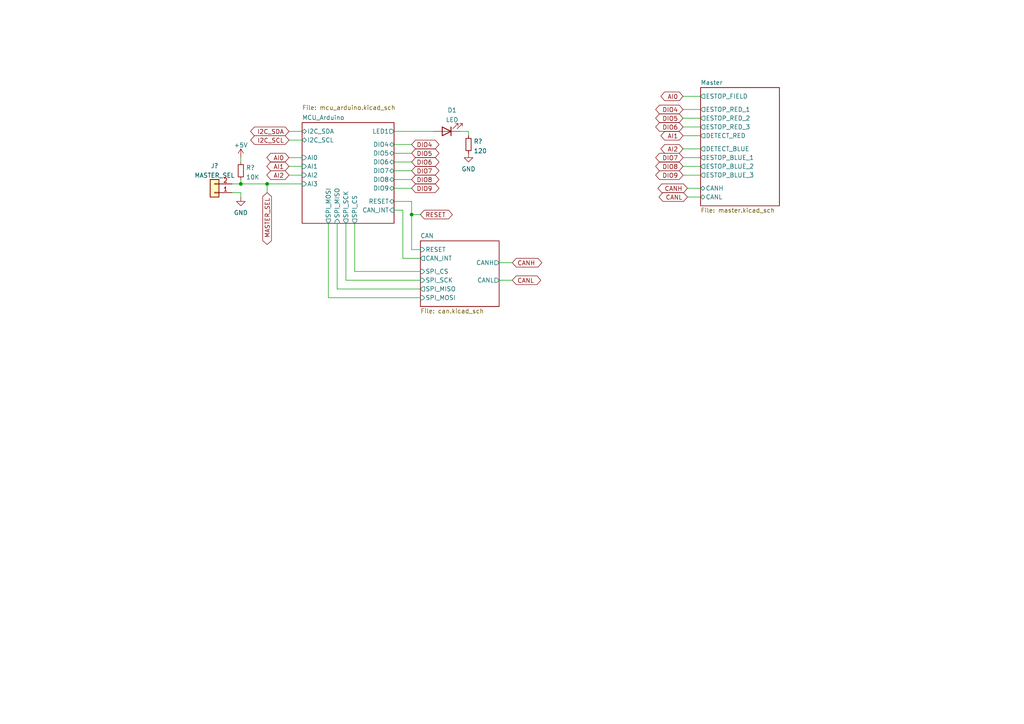
<source format=kicad_sch>
(kicad_sch (version 20211123) (generator eeschema)
  (paper "A4")
  (lib_symbols
    (symbol "Connector_Generic:Conn_01x02" (pin_names (offset 1.016) hide)
      (property "Reference" "J" (at 0 2.54 0))
      (property "Value" "Conn_01x02" (at 0 -5.08 0))
      (symbol "Conn_01x02_1_1"
        (rectangle (start -1.27 -2.413) (end 0 -2.667) (stroke (width 0.1524)))
        (rectangle (start -1.27 0.127) (end 0 -0.127) (stroke (width 0.1524)))
        (rectangle (start -1.27 1.27) (end 1.27 -3.81) (stroke (width 0.254)) (fill (type background)))
        (pin passive line (at -5.08 0 0) (length 3.81) (name "Pin_1") (number "1"))
        (pin passive line (at -5.08 -2.54 0) (length 3.81) (name "Pin_2") (number "2"))
      )
    )
    (symbol "Device:LED" (pin_numbers hide) (pin_names (offset 1.016) hide)
      (property "Reference" "D" (at 0 2.54 0))
      (property "Value" "LED" (at 0 -2.54 0))
      (symbol "LED_0_1"
        (polyline (pts (xy -1.27 -1.27) (xy -1.27 1.27)) (stroke (width 0.254)))
        (polyline (pts (xy -1.27 0) (xy 1.27 0)))
        (polyline (pts (xy 1.27 -1.27) (xy 1.27 1.27) (xy -1.27 0) (xy 1.27 -1.27)) (stroke (width 0.254)))
        (polyline (pts (xy -3.048 -0.762) (xy -4.572 -2.286) (xy -3.81 -2.286) (xy -4.572 -2.286) (xy -4.572 -1.524)))
        (polyline (pts (xy -1.778 -0.762) (xy -3.302 -2.286) (xy -2.54 -2.286) (xy -3.302 -2.286) (xy -3.302 -1.524)))
      )
      (symbol "LED_1_1"
        (pin passive line (at -3.81 0 0) (length 2.54) (name "K") (number "1"))
        (pin passive line (at 3.81 0 180) (length 2.54) (name "A") (number "2"))
      )
    )
    (symbol "Device:R_Small" (pin_numbers hide) (pin_names (offset 0.254) hide)
      (property "Reference" "R" (at 0.762 0.508 0))
      (property "Value" "R_Small" (at 0.762 -1.016 0))
      (symbol "R_Small_0_1"
        (rectangle (start -0.762 1.778) (end 0.762 -1.778) (stroke (width 0.2032)))
      )
      (symbol "R_Small_1_1"
        (pin passive line (at 0 2.54 270) (length 0.762) (name "~") (number "1"))
        (pin passive line (at 0 -2.54 90) (length 0.762) (name "~") (number "2"))
      )
    )
    (symbol "power:+5V" (power) (pin_names (offset 0))
      (property "Value" "+5V" (at 0 3.556 0))
      (symbol "+5V_0_1"
        (polyline (pts (xy -0.762 1.27) (xy 0 2.54)))
        (polyline (pts (xy 0 0) (xy 0 2.54)))
        (polyline (pts (xy 0 2.54) (xy 0.762 1.27)))
      )
      (symbol "+5V_1_1"
        (pin power_in line (at 0 0 90) (length 0) hide (name "+5V") (number "1"))
      )
    )
    (symbol "power:GND" (power) (pin_names (offset 0))
      (property "Value" "GND" (at 0 -3.81 0))
      (symbol "GND_0_1"
        (polyline (pts (xy 0 0) (xy 0 -1.27) (xy 1.27 -1.27) (xy 0 -2.54) (xy -1.27 -1.27) (xy 0 -1.27)))
      )
      (symbol "GND_1_1"
        (pin power_in line (at 0 0 270) (length 0) hide (name "GND") (number "1"))
      )
    )
  )
  (junction (at 77.47 53.34))
  (junction (at 69.85 53.34))
  (junction (at 119.38 62.23))
  (wire (pts (xy 199.39 57.15) (xy 203.2 57.15)))
  (wire (pts (xy 198.12 48.26) (xy 203.2 48.26)))
  (wire (pts (xy 69.85 53.34) (xy 77.47 53.34)))
  (wire (pts (xy 83.82 38.1) (xy 87.63 38.1)))
  (wire (pts (xy 121.92 78.74) (xy 102.87 78.74)))
  (wire (pts (xy 116.84 60.96) (xy 116.84 74.93)))
  (wire (pts (xy 119.38 72.39) (xy 121.92 72.39)))
  (wire (pts (xy 135.89 39.37) (xy 135.89 38.1)))
  (wire (pts (xy 83.82 45.72) (xy 87.63 45.72)))
  (wire (pts (xy 83.82 50.8) (xy 87.63 50.8)))
  (wire (pts (xy 199.39 54.61) (xy 203.2 54.61)))
  (wire (pts (xy 198.12 27.94) (xy 203.2 27.94)))
  (wire (pts (xy 67.31 53.34) (xy 69.85 53.34)))
  (wire (pts (xy 144.78 81.28) (xy 148.59 81.28)))
  (wire (pts (xy 69.85 55.88) (xy 69.85 57.15)))
  (wire (pts (xy 198.12 43.18) (xy 203.2 43.18)))
  (wire (pts (xy 83.82 40.64) (xy 87.63 40.64)))
  (wire (pts (xy 116.84 74.93) (xy 121.92 74.93)))
  (wire (pts (xy 119.38 62.23) (xy 121.92 62.23)))
  (wire (pts (xy 114.3 38.1) (xy 125.73 38.1)))
  (wire (pts (xy 114.3 49.53) (xy 119.38 49.53)))
  (wire (pts (xy 100.33 81.28) (xy 121.92 81.28)))
  (wire (pts (xy 114.3 46.99) (xy 119.38 46.99)))
  (wire (pts (xy 198.12 39.37) (xy 203.2 39.37)))
  (wire (pts (xy 83.82 48.26) (xy 87.63 48.26)))
  (wire (pts (xy 144.78 76.2) (xy 148.59 76.2)))
  (wire (pts (xy 77.47 53.34) (xy 87.63 53.34)))
  (wire (pts (xy 121.92 86.36) (xy 95.25 86.36)))
  (wire (pts (xy 198.12 31.75) (xy 203.2 31.75)))
  (wire (pts (xy 119.38 62.23) (xy 119.38 72.39)))
  (wire (pts (xy 69.85 52.07) (xy 69.85 53.34)))
  (wire (pts (xy 114.3 54.61) (xy 119.38 54.61)))
  (wire (pts (xy 114.3 60.96) (xy 116.84 60.96)))
  (wire (pts (xy 119.38 58.42) (xy 119.38 62.23)))
  (wire (pts (xy 198.12 36.83) (xy 203.2 36.83)))
  (wire (pts (xy 198.12 45.72) (xy 203.2 45.72)))
  (wire (pts (xy 97.79 83.82) (xy 97.79 64.77)))
  (wire (pts (xy 114.3 44.45) (xy 119.38 44.45)))
  (wire (pts (xy 135.89 38.1) (xy 133.35 38.1)))
  (wire (pts (xy 69.85 45.72) (xy 69.85 46.99)))
  (wire (pts (xy 67.31 55.88) (xy 69.85 55.88)))
  (wire (pts (xy 95.25 86.36) (xy 95.25 64.77)))
  (wire (pts (xy 114.3 58.42) (xy 119.38 58.42)))
  (wire (pts (xy 198.12 50.8) (xy 203.2 50.8)))
  (wire (pts (xy 77.47 53.34) (xy 77.47 55.88)))
  (wire (pts (xy 121.92 83.82) (xy 97.79 83.82)))
  (wire (pts (xy 114.3 41.91) (xy 119.38 41.91)))
  (wire (pts (xy 198.12 34.29) (xy 203.2 34.29)))
  (wire (pts (xy 114.3 52.07) (xy 119.38 52.07)))
  (wire (pts (xy 102.87 78.74) (xy 102.87 64.77)))
  (wire (pts (xy 100.33 64.77) (xy 100.33 81.28)))
  (global_label "RESET" (shape bidirectional) (at 121.92 62.23 0) (property "Intersheet References" "${INTERSHEET_REFS}" (effects hide)))
  (global_label "DIO5" (shape bidirectional) (at 198.12 34.29 180) (property "Intersheet References" "${INTERSHEET_REFS}" (effects hide)))
  (global_label "DIO9" (shape bidirectional) (at 119.38 54.61 0) (property "Intersheet References" "${INTERSHEET_REFS}" (effects hide)))
  (global_label "AI0" (shape bidirectional) (at 83.82 45.72 180) (property "Intersheet References" "${INTERSHEET_REFS}" (effects hide)))
  (global_label "DIO7" (shape bidirectional) (at 198.12 45.72 180) (property "Intersheet References" "${INTERSHEET_REFS}" (effects hide)))
  (global_label "AI0" (shape bidirectional) (at 198.12 27.94 180) (property "Intersheet References" "${INTERSHEET_REFS}" (effects hide)))
  (global_label "AI2" (shape bidirectional) (at 83.82 50.8 180) (property "Intersheet References" "${INTERSHEET_REFS}" (effects hide)))
  (global_label "AI1" (shape bidirectional) (at 83.82 48.26 180) (property "Intersheet References" "${INTERSHEET_REFS}" (effects hide)))
  (global_label "AI2" (shape bidirectional) (at 198.12 43.18 180) (property "Intersheet References" "${INTERSHEET_REFS}" (effects hide)))
  (global_label "DIO4" (shape bidirectional) (at 119.38 41.91 0) (property "Intersheet References" "${INTERSHEET_REFS}" (effects hide)))
  (global_label "DIO8" (shape bidirectional) (at 198.12 48.26 180) (property "Intersheet References" "${INTERSHEET_REFS}" (effects hide)))
  (global_label "AI1" (shape bidirectional) (at 198.12 39.37 180) (property "Intersheet References" "${INTERSHEET_REFS}" (effects hide)))
  (global_label "CANL" (shape bidirectional) (at 148.59 81.28 0) (property "Intersheet References" "${INTERSHEET_REFS}" (effects hide)))
  (global_label "I2C_SDA" (shape bidirectional) (at 83.82 38.1 180) (property "Intersheet References" "${INTERSHEET_REFS}" (effects hide)))
  (global_label "DIO9" (shape bidirectional) (at 198.12 50.8 180) (property "Intersheet References" "${INTERSHEET_REFS}" (effects hide)))
  (global_label "DIO6" (shape bidirectional) (at 119.38 46.99 0) (property "Intersheet References" "${INTERSHEET_REFS}" (effects hide)))
  (global_label "DIO7" (shape bidirectional) (at 119.38 49.53 0) (property "Intersheet References" "${INTERSHEET_REFS}" (effects hide)))
  (global_label "CANH" (shape bidirectional) (at 199.39 54.61 180) (property "Intersheet References" "${INTERSHEET_REFS}" (effects hide)))
  (global_label "DIO8" (shape bidirectional) (at 119.38 52.07 0) (property "Intersheet References" "${INTERSHEET_REFS}" (effects hide)))
  (global_label "DIO4" (shape bidirectional) (at 198.12 31.75 180) (property "Intersheet References" "${INTERSHEET_REFS}" (effects hide)))
  (global_label "MASTER_SEL" (shape bidirectional) (at 77.47 55.88 270) (property "Intersheet References" "${INTERSHEET_REFS}" (effects hide)))
  (global_label "CANL" (shape bidirectional) (at 199.39 57.15 180) (property "Intersheet References" "${INTERSHEET_REFS}" (effects hide)))
  (global_label "DIO5" (shape bidirectional) (at 119.38 44.45 0) (property "Intersheet References" "${INTERSHEET_REFS}" (effects hide)))
  (global_label "CANH" (shape bidirectional) (at 148.59 76.2 0) (property "Intersheet References" "${INTERSHEET_REFS}" (effects hide)))
  (global_label "DIO6" (shape bidirectional) (at 198.12 36.83 180) (property "Intersheet References" "${INTERSHEET_REFS}" (effects hide)))
  (global_label "I2C_SCL" (shape bidirectional) (at 83.82 40.64 180) (property "Intersheet References" "${INTERSHEET_REFS}" (effects hide)))
  (symbol (lib_id "power:GND") (at 135.89 44.45 0) (unit 1)
    (property "Reference" "#PWR?" (effects hide))
    (property "Value" "GND" (at 135.89 49.0125 0))
  )
  (symbol (lib_id "Connector_Generic:Conn_01x02") (at 62.23 55.88 180) (unit 1)
    (property "Reference" "J?" (at 62.23 48.1035 0))
    (property "Value" "MASTER_SEL" (at 62.23 50.8786 0))
  )
  (symbol (lib_id "Device:R_Small") (at 69.85 49.53 0) (unit 1)
    (property "Reference" "R?" (at 71.3486 48.6215 0) (effects (justify left)))
    (property "Value" "10K" (at 71.3486 51.3966 0) (effects (justify left)))
  )
  (symbol (lib_id "power:+5V") (at 69.85 45.72 0) (unit 1)
    (property "Reference" "#PWR?" (effects hide))
    (property "Value" "+5V" (at 69.85 42.1155 0))
  )
  (symbol (lib_id "power:GND") (at 69.85 57.15 0) (unit 1)
    (property "Reference" "#PWR?" (effects hide))
    (property "Value" "GND" (at 69.85 61.7125 0))
  )
  (symbol (lib_id "Device:LED") (at 129.54 38.1 180) (unit 1)
    (property "Reference" "D1" (at 131.1275 31.9745 0))
    (property "Value" "LED" (at 131.1275 34.7496 0))
  )
  (symbol (lib_id "Device:R_Small") (at 135.89 41.91 0) (unit 1)
    (property "Reference" "R?" (at 137.3886 41.0015 0) (effects (justify left)))
    (property "Value" "120" (at 137.3886 43.7766 0) (effects (justify left)))
  )
  (sheet (at 121.92 69.85) (size 22.86 19.05) (stroke (width 0.1524))
    (property "Sheet name" "CAN" (at 121.92 69.1384 0) (effects (justify left bottom)))
    (property "Sheet file" "can.kicad_sch" (at 121.92 89.4846 0) (effects (justify left top)))
    (pin "SPI_MOSI" input (at 121.92 86.36 180))
    (pin "SPI_MISO" output (at 121.92 83.82 180))
    (pin "SPI_CS" input (at 121.92 78.74 180))
    (pin "SPI_SCK" input (at 121.92 81.28 180))
    (pin "RESET" input (at 121.92 72.39 180))
    (pin "CAN_INT" output (at 121.92 74.93 180))
    (pin "CANH" output (at 144.78 76.2 0))
    (pin "CANL" output (at 144.78 81.28 0))
  )
  (sheet (at 87.63 35.56) (size 26.67 29.21) (stroke (width 0.1524))
    (property "Sheet name" "MCU_Arduino" (at 87.63 34.8484 0) (effects (justify left bottom)))
    (property "Sheet file" "mcu_arduino.kicad_sch" (at 87.63 30.48 0) (effects (justify left top)))
    (pin "AI3" input (at 87.63 53.34 180))
    (pin "I2C_SDA" tri_state (at 87.63 38.1 180))
    (pin "AI2" input (at 87.63 50.8 180))
    (pin "AI0" input (at 87.63 45.72 180))
    (pin "AI1" input (at 87.63 48.26 180))
    (pin "I2C_SCL" tri_state (at 87.63 40.64 180))
    (pin "DIO8" tri_state (at 114.3 52.07 0))
    (pin "DIO9" tri_state (at 114.3 54.61 0))
    (pin "DIO4" tri_state (at 114.3 41.91 0))
    (pin "LED1" output (at 114.3 38.1 0))
    (pin "DIO5" tri_state (at 114.3 44.45 0))
    (pin "DIO6" tri_state (at 114.3 46.99 0))
    (pin "DIO7" tri_state (at 114.3 49.53 0))
    (pin "SPI_MISO" input (at 97.79 64.77 270))
    (pin "SPI_MOSI" output (at 95.25 64.77 270))
    (pin "SPI_SCK" output (at 100.33 64.77 270))
    (pin "SPI_CS" output (at 102.87 64.77 270))
    (pin "CAN_INT" input (at 114.3 60.96 0))
    (pin "RESET" bidirectional (at 114.3 58.42 0))
  )
  (sheet (at 203.2 25.4) (size 22.86 34.29) (stroke (width 0.1524))
    (property "Sheet name" "Master" (at 203.2 24.6884 0) (effects (justify left bottom)))
    (property "Sheet file" "master.kicad_sch" (at 203.2 60.2746 0) (effects (justify left top)))
    (pin "ESTOP_RED_1" output (at 203.2 31.75 180))
    (pin "ESTOP_RED_2" output (at 203.2 34.29 180))
    (pin "DETECT_RED" output (at 203.2 39.37 180))
    (pin "ESTOP_RED_3" output (at 203.2 36.83 180))
    (pin "CANL" tri_state (at 203.2 57.15 180))
    (pin "CANH" tri_state (at 203.2 54.61 180))
    (pin "ESTOP_BLUE_3" output (at 203.2 50.8 180))
    (pin "ESTOP_BLUE_1" output (at 203.2 45.72 180))
    (pin "ESTOP_BLUE_2" output (at 203.2 48.26 180))
    (pin "DETECT_BLUE" output (at 203.2 43.18 180))
    (pin "ESTOP_FIELD" output (at 203.2 27.94 180))
  )
)
</source>
